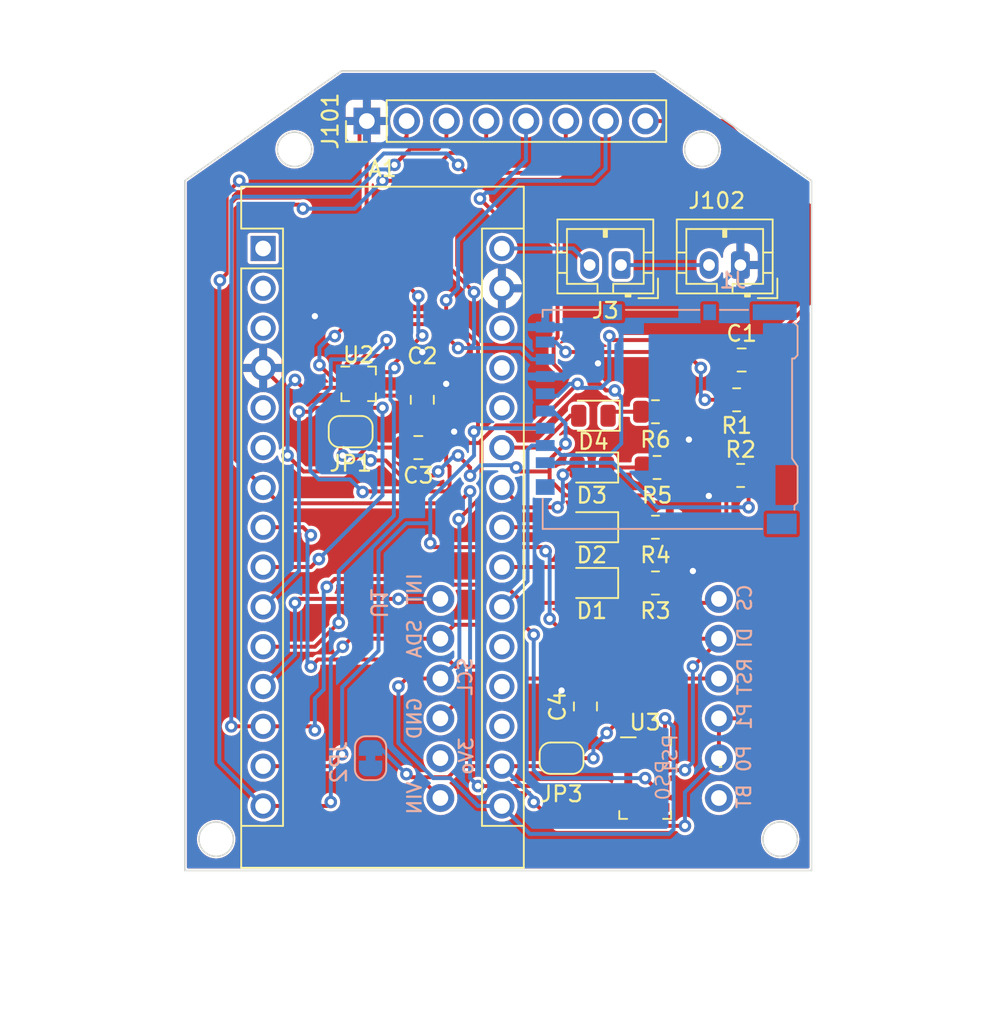
<source format=kicad_pcb>
(kicad_pcb (version 20211014) (generator pcbnew)
  (layers (0 "F.Cu" signal) (31 "B.Cu" signal) (34 "B.Paste" user) (35 "F.Paste" user) (36 "B.SilkS" user "B.Silkscreen") (37 "F.SilkS" user "F.Silkscreen") (38 "B.Mask" user) (39 "F.Mask" user) (44 "Edge.Cuts" user))
  (net 0 "")
  (net 4 "GND")
  (net 6 "/MS_CS")
  (net 7 "/BNO_RST")
  (net 8 "/KX_INT2")
  (net 9 "/KX_INT1")
  (net 10 "/KX_CS")
  (net 11 "/BNO_INT")
  (net 12 "/BNO_CS")
  (net 13 "/MOSI")
  (net 14 "/MISO")
  (net 15 "/SCK")
  (net 16 "+3V3")
  (net 18 "/SD_CS")
  (net 22 "/LED0")
  (net 24 "+5V")
  (net 26 "VCC")
  (net 27 "/LED1")
  (net 28 "Net-(C2-Pad1)")
  (net 29 "Net-(C4-Pad2)")
  (net 30 "/LED2")
  (net 31 "/LED3")
  (net 32 "Net-(D1-Pad1)")
  (net 33 "Net-(D2-Pad1)")
  (net 34 "Net-(D3-Pad1)")
  (net 35 "Net-(D4-Pad1)")
  (net 36 "Net-(J1-Pad1)")
  (net 37 "Net-(J1-Pad8)")
  (net 46 "VBUS")
  (footprint "Resistor_SMD:R_0805_2012Metric" (layer "F.Cu") (at 125.222 61.976 180)
    (fp_text reference "R1")
    (fp_text value "10k")
  )
  (footprint "Resistor_SMD:R_0805_2012Metric" (layer "F.Cu") (at 120.142 66.294)
    (fp_text reference "R5")
    (fp_text value "10k")
  )
  (footprint "LED_SMD:LED_0805_2012Metric" (layer "F.Cu") (at 115.9745 70.104 180)
    (fp_text reference "D2")
    (fp_text value "ORANGE")
  )
  (footprint "LED_SMD:LED_0805_2012Metric" (layer "F.Cu") (at 115.9745 73.66 180)
    (fp_text reference "D1")
    (fp_text value "GREEN")
  )
  (footprint "Resistor_SMD:R_0805_2012Metric" (layer "F.Cu") (at 120.0385 62.738)
    (fp_text reference "R6")
    (fp_text value "10k")
  )
  (footprint "Jumper:SolderJumper-2_P1.3mm_Bridged_RoundedPad1.0x1.5mm" (layer "F.Cu") (at 114.046 84.836)
    (fp_text reference "JP3")
    (fp_text value "Jumper_NC_Small")
  )
  (footprint "Connector_JST:JST_PH_B2B-PH-K_1x02_P2.00mm_Vertical" (layer "F.Cu") (at 125.46 53.382 180)
    (fp_text reference "J102")
    (fp_text value "Conn_01x02_Female")
  )
  (footprint "Resistor_SMD:R_0805_2012Metric" (layer "F.Cu") (at 125.476 66.802)
    (fp_text reference "R2")
    (fp_text value "10k")
  )
  (footprint "LED_SMD:LED_0805_2012Metric" (layer "F.Cu") (at 116.078 62.992 180)
    (fp_text reference "D4")
    (fp_text value "RED")
  )
  (footprint "Resistor_SMD:R_0805_2012Metric" (layer "F.Cu") (at 120.0385 73.66)
    (fp_text reference "R3")
    (fp_text value "10k")
  )
  (footprint "LED_SMD:LED_0805_2012Metric" (layer "F.Cu") (at 115.9745 66.294 180)
    (fp_text reference "D3")
    (fp_text value "BLUE")
  )
  (footprint "Package_LGA:LGA-8_3x5mm_P1.25mm" (layer "F.Cu") (at 119.38 86.106)
    (fp_text reference "U3")
    (fp_text value "MS5611-01BA")
  )
  (footprint "Capacitor_SMD:C_0805_2012Metric" (layer "F.Cu") (at 115.57 81.534 90)
    (fp_text reference "C4")
    (fp_text value "100nF")
  )
  (footprint "Capacitor_SMD:C_0805_2012Metric" (layer "F.Cu") (at 105.156 61.976 90)
    (fp_text reference "C2")
    (fp_text value "100nF")
  )
  (footprint "Resistor_SMD:R_0805_2012Metric" (layer "F.Cu") (at 120.0385 70.104)
    (fp_text reference "R4")
    (fp_text value "10k")
  )
  (footprint "Module:Arduino_Nano" (layer "F.Cu") (at 94.996 52.324)
    (fp_text reference "A1")
    (fp_text value "Arduino_Nano_v3.x")
  )
  (footprint "Capacitor_SMD:C_0805_2012Metric" (layer "F.Cu") (at 125.542 59.436)
    (fp_text reference "C1")
    (fp_text value "100 nF")
  )
  (footprint "Connector_JST:JST_PH_B2B-PH-K_1x02_P2.00mm_Vertical" (layer "F.Cu") (at 117.84 53.382 180)
    (fp_text reference "J3")
    (fp_text value "Conn_01x02_Female")
  )
  (footprint "Jumper:SolderJumper-2_P1.3mm_Bridged_RoundedPad1.0x1.5mm" (layer "F.Cu") (at 100.584 64.008)
    (fp_text reference "JP1")
    (fp_text value "Jumper_NC_Small")
  )
  (footprint "Package_LGA:LGA-12_2x2mm_P0.5mm" (layer "F.Cu") (at 101.092 60.96)
    (fp_text reference "U2")
    (fp_text value "KX122-1042")
  )
  (footprint "Capacitor_SMD:C_0805_2012Metric" (layer "F.Cu") (at 104.902 65.024)
    (fp_text reference "C3")
    (fp_text value "100nF")
  )
  (footprint "Connector_PinHeader_2.54mm:PinHeader_1x08_P2.54mm_Vertical" (layer "F.Cu") (at 101.615 44.196 90)
    (fp_text reference "J101")
    (fp_text value "Conn_01x08_Female")
  )
  (footprint "Sensor:Adafruit_BNO805" (layer "B.Cu") (at 98.7913 81.1276 90)
    (fp_text reference "U1")
    (fp_text value "Adafruit-BNO085")
  )
  (footprint "Connector_Card:microSD_HC_Hirose_DM3AT-SF-PEJM5" (layer "B.Cu") (at 120.725 63.216 -90)
    (fp_text reference "J1")
    (fp_text value "Micro_SD_Card")
  )
  (footprint "Jumper:SolderJumper-2_P1.3mm_Bridged_RoundedPad1.0x1.5mm" (layer "B.Cu") (at 101.854 84.836 90)
    (fp_text reference "JP2")
    (fp_text value "Jumper_NC_Small")
  )
  (gr_line (start 90 92) (end 130 92) (layer "Edge.Cuts") (width 0.1))
  (gr_line (start 100 41) (end 120 41) (layer "Edge.Cuts") (width 0.1))
  (gr_circle (center 128 90) (end 129.1 90) (layer "Edge.Cuts") (width 0.1) (fill none))
  (gr_circle (center 97 46) (end 98.1 46) (layer "Edge.Cuts") (width 0.1) (fill none))
  (gr_line (start 130 92) (end 130 48) (layer "Edge.Cuts") (width 0.1))
  (gr_circle (center 123 46) (end 124.1 46) (layer "Edge.Cuts") (width 0.1) (fill none))
  (gr_circle (center 92 90) (end 93.1 90) (layer "Edge.Cuts") (width 0.1) (fill none))
  (gr_line (start 90 92) (end 90 48) (layer "Edge.Cuts") (width 0.1))
  (gr_line (start 90 48) (end 100 41) (layer "Edge.Cuts") (width 0.1))
  (gr_line (start 130 48) (end 120 41) (layer "Edge.Cuts") (width 0.1))
  (segment (start 106.68 60.96) (end 105.222 60.96) (width 0.25) (layer "F.Cu") (net 4))
  (segment (start 99.06 55.88) (end 100.838 55.88) (width 0.25) (layer "F.Cu") (net 4))
  (segment (start 96.303 61.006305) (end 96.303 58.637) (width 0.25) (layer "F.Cu") (net 4))
  (segment (start 100.838 55.88) (end 101.15048 55.56752) (width 0.25) (layer "F.Cu") (net 4))
  (segment (start 105.156 61.026) (end 104.84 60.71) (width 0.25) (layer "F.Cu") (net 4))
  (segment (start 120.951 64.309) (end 120.951 66.1905) (width 0.25) (layer "F.Cu") (net 4))
  (segment (start 120.951 62.738) (end 121.29 62.738) (width 0.25) (layer "F.Cu") (net 4))
  (segment (start 121.158 64.516) (end 120.951 64.309) (width 0.25) (layer "F.Cu") (net 4))
  (segment (start 98.298 56.642) (end 99.06 55.88) (width 0.25) (layer "F.Cu") (net 4))
  (segment (start 122.174 64.516) (end 121.158 64.516) (width 0.25) (layer "F.Cu") (net 4))
  (segment (start 115.57 82.484) (end 114.493001 81.407001) (width 0.25) (layer "F.Cu") (net 4))
  (segment (start 115.57 82.484) (end 115.57 82.896) (width 0.25) (layer "F.Cu") (net 4))
  (segment (start 115.57 82.896) (end 118.155 85.481) (width 0.25) (layer "F.Cu") (net 4))
  (segment (start 100.3295 61.71) (end 99.58 61.71) (width 0.25) (layer "F.Cu") (net 4))
  (segment (start 120.951 66.1905) (end 121.0545 66.294) (width 0.25) (layer "F.Cu") (net 4))
  (segment (start 118.305 86.731) (end 118.305 85.481) (width 0.25) (layer "F.Cu") (net 4))
  (segment (start 122.428 72.898) (end 121.92 72.898) (width 0.25) (layer "F.Cu") (net 4))
  (segment (start 96.762 61.71) (end 94.996 59.944) (width 0.25) (layer "F.Cu") (net 4))
  (segment (start 114.493001 81.407001) (end 107.198699 81.407001) (width 0.25) (layer "F.Cu") (net 4))
  (segment (start 101.15048 44.66052) (end 101.615 44.196) (width 0.25) (layer "F.Cu") (net 4))
  (segment (start 97.006695 61.71) (end 96.303 61.006305) (width 0.25) (layer "F.Cu") (net 4))
  (segment (start 99.58 61.71) (end 97.006695 61.71) (width 0.25) (layer "F.Cu") (net 4))
  (segment (start 107.198699 81.407001) (end 106.3097 82.296) (width 0.25) (layer "F.Cu") (net 4))
  (segment (start 101.15048 55.56752) (end 101.15048 44.66052) (width 0.25) (layer "F.Cu") (net 4))
  (segment (start 121.29 62.738) (end 124.592 59.436) (width 0.25) (layer "F.Cu") (net 4))
  (segment (start 105.852 65.024) (end 106.172 65.024) (width 0.25) (layer "F.Cu") (net 4))
  (segment (start 120.951 73.66) (end 120.951 71.929) (width 0.25) (layer "F.Cu") (net 4))
  (segment (start 120.951 62.738) (end 120.951 64.309) (width 0.25) (layer "F.Cu") (net 4))
  (segment (start 114.493001 80.965001) (end 114.046 80.518) (width 0.25) (layer "F.Cu") (net 4))
  (segment (start 118.155 85.481) (end 118.305 85.481) (width 0.25) (layer "F.Cu") (net 4))
  (segment (start 120.951 70.104) (end 122.9455 68.1095) (width 0.25) (layer "F.Cu") (net 4))
  (segment (start 121.92 72.898) (end 120.951 71.929) (width 0.25) (layer "F.Cu") (net 4))
  (segment (start 96.303 58.637) (end 98.298 56.642) (width 0.25) (layer "F.Cu") (net 4))
  (segment (start 105.222 60.96) (end 105.156 61.026) (width 0.25) (layer "F.Cu") (net 4))
  (segment (start 104.84 60.71) (end 101.8545 60.71) (width 0.25) (layer "F.Cu") (net 4))
  (segment (start 122.9455 68.1095) (end 123.444 68.1095) (width 0.25) (layer "F.Cu") (net 4))
  (segment (start 116.3695 59.6525) (end 117.8655 59.6525) (width 0.25) (layer "F.Cu") (net 4))
  (segment (start 105.156 58.928) (end 105.156 61.026) (width 0.25) (layer "F.Cu") (net 4))
  (segment (start 114.493001 81.407001) (end 114.493001 80.965001) (width 0.25) (layer "F.Cu") (net 4))
  (segment (start 120.951 71.929) (end 120.951 70.104) (width 0.25) (layer "F.Cu") (net 4))
  (segment (start 106.172 65.024) (end 107.188 64.008) (width 0.25) (layer "F.Cu") (net 4))
  (segment (start 117.8655 59.6525) (end 120.951 62.738) (width 0.25) (layer "F.Cu") (net 4))
  (segment (start 99.58 61.71) (end 96.762 61.71) (width 0.25) (layer "F.Cu") (net 4))
  (via (at 98.298 56.642) (size 0.8) (drill 0.4) (layers "F.Cu" "B.Cu") (net 4))
  (via (at 116.3695 59.6525) (size 0.8) (drill 0.4) (layers "F.Cu" "B.Cu") (net 4))
  (via (at 123.444 68.1095) (size 0.8) (drill 0.4) (layers "F.Cu" "B.Cu") (net 4))
  (via (at 122.174 64.516) (size 0.8) (drill 0.4) (layers "F.Cu" "B.Cu") (net 4))
  (via (at 114.046 80.518) (size 0.8) (drill 0.4) (layers "F.Cu" "B.Cu") (net 4))
  (via (at 107.188 64.008) (size 0.8) (drill 0.4) (layers "F.Cu" "B.Cu") (net 4))
  (via (at 105.156 58.928) (size 0.8) (drill 0.4) (layers "F.Cu" "B.Cu") (net 4))
  (via (at 106.68 60.96) (size 0.8) (drill 0.4) (layers "F.Cu" "B.Cu") (net 4))
  (via (at 122.428 72.898) (size 0.8) (drill 0.4) (layers "F.Cu" "B.Cu") (net 4))
  (segment (start 113 60.491) (end 114.007 60.491) (width 0.25) (layer "B.Cu") (net 4))
  (segment (start 116.3695 59.6525) (end 115.5325 59.6525) (width 0.25) (layer "B.Cu") (net 4))
  (segment (start 123.978 54.864) (end 110.236 54.864) (width 0.25) (layer "B.Cu") (net 4))
  (segment (start 115.5325 59.6525) (end 115.062 59.182) (width 0.25) (layer "B.Cu") (net 4))
  (segment (start 108.966 61.214) (end 110.764558 61.214) (width 0.25) (layer "B.Cu") (net 4))
  (segment (start 113 56.104) (end 111.76 54.864) (width 0.25) (layer "B.Cu") (net 4))
  (segment (start 98.298 56.642) (end 102.87 56.642) (width 0.25) (layer "B.Cu") (net 4))
  (segment (start 107.188 64.008) (end 107.188 61.722) (width 0.25) (layer "B.Cu") (net 4))
  (segment (start 115.062 59.182) (end 115.062 57.658) (width 0.25) (layer "B.Cu") (net 4))
  (segment (start 107.188 61.722) (end 107.188 61.468) (width 0.25) (layer "B.Cu") (net 4))
  (segment (start 123.444 65.786) (end 122.174 64.516) (width 0.25) (layer "B.Cu") (net 4))
  (segment (start 110.764558 61.214) (end 111.487558 60.491) (width 0.25) (layer "B.Cu") (net 4))
  (segment (start 122.174 75.946) (end 122.428 75.692) (width 0.25) (layer "B.Cu") (net 4))
  (segment (start 123.444 68.1095) (end 123.444 65.786) (width 0.25) (layer "B.Cu") (net 4))
  (segment (start 111.76 54.864) (end 110.236 54.864) (width 0.25) (layer "B.Cu") (net 4))
  (segment (start 102.87 56.642) (end 105.156 58.928) (width 0.25) (layer "B.Cu") (net 4))
  (segment (start 114.007 60.491) (end 115.062 59.436) (width 0.25) (layer "B.Cu") (net 4))
  (segment (start 114.046 80.518) (end 118.618 75.946) (width 0.25) (layer "B.Cu") (net 4))
  (segment (start 108.458 61.722) (end 108.966 61.214) (width 0.25) (layer "B.Cu") (net 4))
  (segment (start 107.188 61.722) (end 108.458 61.722) (width 0.25) (layer "B.Cu") (net 4))
  (segment (start 111.487558 60.491) (end 113 60.491) (width 0.25) (layer "B.Cu") (net 4))
  (segment (start 118.618 75.946) (end 122.174 75.946) (width 0.25) (layer "B.Cu") (net 4))
  (segment (start 115.062 57.658) (end 114.745 57.341) (width 0.25) (layer "B.Cu") (net 4))
  (segment (start 125.46 53.382) (end 123.978 54.864) (width 0.25) (layer "B.Cu") (net 4))
  (segment (start 114.745 57.341) (end 113 57.341) (width 0.25) (layer "B.Cu") (net 4))
  (segment (start 122.428 75.692) (end 122.428 72.898) (width 0.25) (layer "B.Cu") (net 4))
  (segment (start 107.188 61.468) (end 106.68 60.96) (width 0.25) (layer "B.Cu") (net 4))
  (segment (start 113 57.341) (end 113 56.104) (width 0.25) (layer "B.Cu") (net 4))
  (segment (start 115.062 59.436) (end 115.062 59.182) (width 0.25) (layer "B.Cu") (net 4))
  (segment (start 118.305 87.981) (end 120.455 87.981) (width 0.25) (layer "F.Cu") (net 6))
  (segment (start 93.23005 65.79805) (end 94.996 67.564) (width 0.25) (layer "F.Cu") (net 6))
  (segment (start 93.23005 49.784) (end 93.23005 65.79805) (width 0.25) (layer "F.Cu") (net 6))
  (segment (start 97.536 49.784) (end 97.282 49.53) (width 0.25) (layer "F.Cu") (net 6))
  (segment (start 93.48405 49.53) (end 93.23005 49.784) (width 0.25) (layer "F.Cu") (net 6))
  (segment (start 108.712 46.228) (end 106.934 46.228) (width 0.25) (layer "F.Cu") (net 6))
  (segment (start 116.938 86.614) (end 118.305 87.981) (width 0.25) (layer "F.Cu") (net 6))
  (segment (start 108.712 86.614) (end 116.938 86.614) (width 0.25) (layer "F.Cu") (net 6))
  (segment (start 106.934 46.228) (end 105.156 48.006) (width 0.25) (layer "F.Cu") (net 6))
  (segment (start 109.235 45.705) (end 109.235 44.196) (width 0.25) (layer "F.Cu") (net 6))
  (segment (start 108.712 46.228) (end 109.235 45.705) (width 0.25) (layer "F.Cu") (net 6))
  (segment (start 107.442 68.58) (end 108.204 67.818) (width 0.25) (layer "F.Cu") (net 6))
  (segment (start 94.996 67.564) (end 96.012 68.58) (width 0.25) (layer "F.Cu") (net 6))
  (segment (start 96.012 68.58) (end 107.442 68.58) (width 0.25) (layer "F.Cu") (net 6))
  (segment (start 97.282 49.53) (end 93.48405 49.53) (width 0.25) (layer "F.Cu") (net 6))
  (segment (start 105.156 48.006) (end 102.616 48.006) (width 0.25) (layer "F.Cu") (net 6))
  (via (at 102.616 48.006) (size 0.8) (drill 0.4) (layers "F.Cu" "B.Cu") (net 6))
  (via (at 97.536 49.784) (size 0.8) (drill 0.4) (layers "F.Cu" "B.Cu") (net 6))
  (via (at 108.204 67.818) (size 0.8) (drill 0.4) (layers "F.Cu" "B.Cu") (net 6))
  (via (at 108.712 86.614) (size 0.8) (drill 0.4) (layers "F.Cu" "B.Cu") (net 6))
  (segment (start 108.204 67.818) (end 108.204 86.106) (width 0.25) (layer "B.Cu") (net 6))
  (segment (start 100.838 49.784) (end 102.616 48.006) (width 0.25) (layer "B.Cu") (net 6))
  (segment (start 97.536 49.784) (end 100.838 49.784) (width 0.25) (layer "B.Cu") (net 6))
  (segment (start 108.204 86.106) (end 108.712 86.614) (width 0.25) (layer "B.Cu") (net 6))
  (segment (start 110.556991 78.994) (end 107.264556 78.994) (width 0.25) (layer "F.Cu") (net 7))
  (segment (start 106.812556 78.542) (end 98.496 78.542) (width 0.25) (layer "F.Cu") (net 7))
  (segment (start 111.318991 79.756) (end 110.556991 78.994) (width 0.25) (layer "F.Cu") (net 7))
  (segment (start 98.496 78.542) (end 98.044 78.994) (width 0.25) (layer "F.Cu") (net 7))
  (segment (start 107.264556 78.994) (end 106.812556 78.542) (width 0.25) (layer "F.Cu") (net 7))
  (segment (start 98.044 70.612) (end 97.536 70.104) (width 0.25) (layer "F.Cu") (net 7))
  (segment (start 97.536 70.104) (end 94.996 70.104) (width 0.25) (layer "F.Cu") (net 7))
  (segment (start 124.0897 79.756) (end 111.318991 79.756) (width 0.25) (layer "F.Cu") (net 7))
  (via (at 98.044 78.994) (size 0.8) (drill 0.4) (layers "F.Cu" "B.Cu") (net 7))
  (via (at 98.044 70.612) (size 0.8) (drill 0.4) (layers "F.Cu" "B.Cu") (net 7))
  (segment (start 97.827 70.829) (end 98.044 70.612) (width 0.25) (layer "B.Cu") (net 7))
  (segment (start 97.827 78.777) (end 97.827 70.829) (width 0.25) (layer "B.Cu") (net 7))
  (segment (start 98.044 78.994) (end 97.827 78.777) (width 0.25) (layer "B.Cu") (net 7))
  (segment (start 101.666 62.484) (end 102.616 62.484) (width 0.25) (layer "F.Cu") (net 8))
  (segment (start 101.342 62.16) (end 101.666 62.484) (width 0.25) (layer "F.Cu") (net 8))
  (segment (start 98.552 72.136) (end 98.044 72.644) (width 0.25) (layer "F.Cu") (net 8))
  (segment (start 98.044 72.644) (end 94.996 72.644) (width 0.25) (layer "F.Cu") (net 8))
  (segment (start 101.342 61.7225) (end 101.342 62.16) (width 0.25) (layer "F.Cu") (net 8))
  (via (at 102.616 62.484) (size 0.8) (drill 0.4) (layers "F.Cu" "B.Cu") (net 8))
  (via (at 98.552 72.136) (size 0.8) (drill 0.4) (layers "F.Cu" "B.Cu") (net 8))
  (segment (start 102.616 68.072) (end 98.552 72.136) (width 0.25) (layer "B.Cu") (net 8))
  (segment (start 102.616 62.484) (end 102.616 68.072) (width 0.25) (layer "B.Cu") (net 8))
  (segment (start 98.044 62.738) (end 97.282 62.738) (width 0.25) (layer "F.Cu") (net 9))
  (segment (start 100.842 61.7225) (end 100.842 62.484) (width 0.25) (layer "F.Cu") (net 9))
  (segment (start 98.298 62.484) (end 98.044 62.738) (width 0.25) (layer "F.Cu") (net 9))
  (segment (start 100.842 62.484) (end 98.298 62.484) (width 0.25) (layer "F.Cu") (net 9))
  (via (at 97.282 62.738) (size 0.8) (drill 0.4) (layers "F.Cu" "B.Cu") (net 9))
  (segment (start 97.282 72.898) (end 94.996 75.184) (width 0.25) (layer "B.Cu") (net 9))
  (segment (start 97.282 62.738) (end 97.282 72.898) (width 0.25) (layer "B.Cu") (net 9))
  (segment (start 99.822 76.2) (end 98.298 77.724) (width 0.25) (layer "F.Cu") (net 10))
  (segment (start 103.632 45.72) (end 104.155 45.197) (width 0.25) (layer "F.Cu") (net 10))
  (segment (start 103.112 60.21) (end 103.378 59.944) (width 0.25) (layer "F.Cu") (net 10))
  (segment (start 104.155 45.197) (end 104.155 44.196) (width 0.25) (layer "F.Cu") (net 10))
  (segment (start 101.6 46.736) (end 102.616 45.72) (width 0.25) (layer "F.Cu") (net 10))
  (segment (start 101.6 46.736) (end 101.6 52.07) (width 0.25) (layer "F.Cu") (net 10))
  (segment (start 102.616 45.72) (end 103.632 45.72) (width 0.25) (layer "F.Cu") (net 10))
  (segment (start 101.6 52.07) (end 104.902 55.372) (width 0.25) (layer "F.Cu") (net 10))
  (segment (start 105.156 57.8745) (end 103.378 59.6525) (width 0.25) (layer "F.Cu") (net 10))
  (segment (start 98.298 77.724) (end 94.996 77.724) (width 0.25) (layer "F.Cu") (net 10))
  (segment (start 101.8545 60.21) (end 103.112 60.21) (width 0.25) (layer "F.Cu") (net 10))
  (segment (start 103.378 59.6525) (end 103.378 59.944) (width 0.25) (layer "F.Cu") (net 10))
  (via (at 105.156 57.8745) (size 0.8) (drill 0.4) (layers "F.Cu" "B.Cu") (net 10))
  (via (at 103.378 59.944) (size 0.8) (drill 0.4) (layers "F.Cu" "B.Cu") (net 10))
  (via (at 104.902 55.372) (size 0.8) (drill 0.4) (layers "F.Cu" "B.Cu") (net 10))
  (via (at 99.822 76.2) (size 0.8) (drill 0.4) (layers "F.Cu" "B.Cu") (net 10))
  (segment (start 104.902 57.6205) (end 105.156 57.8745) (width 0.25) (layer "B.Cu") (net 10))
  (segment (start 104.902 55.372) (end 104.902 57.6205) (width 0.25) (layer "B.Cu") (net 10))
  (segment (start 103.124 61.967386) (end 103.340511 62.183897) (width 0.25) (layer "B.Cu") (net 10))
  (segment (start 103.378 59.944) (end 103.124 60.198) (width 0.25) (layer "B.Cu") (net 10))
  (segment (start 103.340511 69.379489) (end 99.822 72.898) (width 0.25) (layer "B.Cu") (net 10))
  (segment (start 103.124 60.198) (end 103.124 61.967386) (width 0.25) (layer "B.Cu") (net 10))
  (segment (start 99.822 72.898) (end 99.822 76.2) (width 0.25) (layer "B.Cu") (net 10))
  (segment (start 103.340511 62.183897) (end 103.340511 69.379489) (width 0.25) (layer "B.Cu") (net 10))
  (segment (start 97.282 74.676) (end 97.028 74.93) (width 0.25) (layer "F.Cu") (net 11))
  (segment (start 97.536 74.676) (end 97.282 74.676) (width 0.25) (layer "F.Cu") (net 11))
  (segment (start 103.632 74.676) (end 97.536 74.676) (width 0.25) (layer "F.Cu") (net 11))
  (via (at 97.028 74.93) (size 0.8) (drill 0.4) (layers "F.Cu" "B.Cu") (net 11))
  (via (at 103.632 74.676) (size 0.8) (drill 0.4) (layers "F.Cu" "B.Cu") (net 11))
  (segment (start 97.028 74.93) (end 97.028 78.232) (width 0.25) (layer "B.Cu") (net 11))
  (segment (start 97.028 78.232) (end 94.996 80.264) (width 0.25) (layer "B.Cu") (net 11))
  (segment (start 106.3097 74.676) (end 103.632 74.676) (width 0.25) (layer "B.Cu") (net 11))
  (segment (start 98.044 82.804) (end 94.996 82.804) (width 0.25) (layer "F.Cu") (net 12))
  (segment (start 123.8357 74.93) (end 111.572991 74.93) (width 0.25) (layer "F.Cu") (net 12))
  (segment (start 103.378 46.99) (end 104.394 45.974) (width 0.25) (layer "F.Cu") (net 12))
  (segment (start 99.568 73.406) (end 99.06 73.914) (width 0.25) (layer "F.Cu") (net 12))
  (segment (start 107.119556 73.769) (end 106.756556 73.406) (width 0.25) (layer "F.Cu") (net 12))
  (segment (start 98.298 83.058) (end 98.044 82.804) (width 0.25) (layer "F.Cu") (net 12))
  (segment (start 106.756556 73.406) (end 99.568 73.406) (width 0.25) (layer "F.Cu") (net 12))
  (segment (start 111.572991 74.93) (end 110.411991 73.769) (width 0.25) (layer "F.Cu") (net 12))
  (segment (start 92.964 82.804) (end 94.996 82.804) (width 0.25) (layer "F.Cu") (net 12))
  (segment (start 106.695 45.451) (end 106.695 44.196) (width 0.25) (layer "F.Cu") (net 12))
  (segment (start 104.394 45.974) (end 106.172 45.974) (width 0.25) (layer "F.Cu") (net 12))
  (segment (start 124.0897 74.676) (end 123.8357 74.93) (width 0.25) (layer "F.Cu") (net 12))
  (segment (start 110.411991 73.769) (end 107.119556 73.769) (width 0.25) (layer "F.Cu") (net 12))
  (segment (start 106.172 45.974) (end 106.695 45.451) (width 0.25) (layer "F.Cu") (net 12))
  (via (at 98.298 83.058) (size 0.8) (drill 0.4) (layers "F.Cu" "B.Cu") (net 12))
  (via (at 103.378 46.99) (size 0.8) (drill 0.4) (layers "F.Cu" "B.Cu") (net 12))
  (via (at 99.06 73.914) (size 0.8) (drill 0.4) (layers "F.Cu" "B.Cu") (net 12))
  (via (at 92.964 82.804) (size 0.8) (drill 0.4) (layers "F.Cu" "B.Cu") (net 12))
  (segment (start 103.001307 47.366693) (end 102.916103 47.281489) (width 0.25) (layer "B.Cu") (net 12))
  (segment (start 102.315897 47.281489) (end 100.575386 49.022) (width 0.25) (layer "B.Cu") (net 12))
  (segment (start 93.218 49.022) (end 92.964 49.276) (width 0.25) (layer "B.Cu") (net 12))
  (segment (start 100.575386 49.022) (end 93.218 49.022) (width 0.25) (layer "B.Cu") (net 12))
  (segment (start 98.864 80.46) (end 98.552 80.772) (width 0.25) (layer "B.Cu") (net 12))
  (segment (start 103.378 46.99) (end 103.001307 47.366693) (width 0.25) (layer "B.Cu") (net 12))
  (segment (start 98.864 74.11) (end 98.864 80.46) (width 0.25) (layer "B.Cu") (net 12))
  (segment (start 98.552 80.772) (end 98.298 81.026) (width 0.25) (layer "B.Cu") (net 12))
  (segment (start 92.964 49.276) (end 92.964 82.804) (width 0.25) (layer "B.Cu") (net 12))
  (segment (start 102.916103 47.281489) (end 102.315897 47.281489) (width 0.25) (layer "B.Cu") (net 12))
  (segment (start 99.06 73.914) (end 98.864 74.11) (width 0.25) (layer "B.Cu") (net 12))
  (segment (start 98.298 81.026) (end 98.298 83.058) (width 0.25) (layer "B.Cu") (net 12))
  (segment (start 99.539494 60.71) (end 100.3295 60.71) (width 0.25) (layer "F.Cu") (net 13))
  (segment (start 113.03 71.628) (end 112.776 71.374) (width 0.25) (layer "F.Cu") (net 13))
  (segment (start 120.572 85.598) (end 120.455 85.481) (width 0.25) (layer "F.Cu") (net 13))
  (segment (start 100.838 56.642) (end 106.68 56.642) (width 0.25) (layer "F.Cu") (net 13))
  (segment (start 99.2765 85.344) (end 100.0385 84.582) (width 0.25) (layer "F.Cu") (net 13))
  (segment (start 114.554 77.216) (end 113.284 75.946) (width 0.25) (layer "F.Cu") (net 13))
  (segment (start 94.996 85.344) (end 99.2765 85.344) (width 0.25) (layer "F.Cu") (net 13))
  (segment (start 108.712 58.42) (end 108.712 63.754) (width 0.25) (layer "F.Cu") (net 13))
  (segment (start 108.712 63.754) (end 108.458 64.008) (width 0.25) (layer "F.Cu") (net 13))
  (segment (start 99.568 57.912) (end 100.838 56.642) (width 0.25) (layer "F.Cu") (net 13))
  (segment (start 124.0897 77.3323) (end 122.428 78.994) (width 0.25) (layer "F.Cu") (net 13))
  (segment (start 106.426 71.374) (end 105.918 71.374) (width 0.25) (layer "F.Cu") (net 13))
  (segment (start 105.918 71.374) (end 105.664 71.12) (width 0.25) (layer "F.Cu") (net 13))
  (segment (start 112.776 71.374) (end 106.426 71.374) (width 0.25) (layer "F.Cu") (net 13))
  (segment (start 106.68 56.642) (end 106.934 56.642) (width 0.25) (layer "F.Cu") (net 13))
  (segment (start 98.5895 59.760006) (end 99.539494 60.71) (width 0.25) (layer "F.Cu") (net 13))
  (segment (start 124.0897 77.216) (end 124.0897 77.3323) (width 0.25) (layer "F.Cu") (net 13))
  (segment (start 106.68 55.626) (end 106.68 56.642) (width 0.25) (layer "F.Cu") (net 13))
  (segment (start 121.92 85.598) (end 120.572 85.598) (width 0.25) (layer "F.Cu") (net 13))
  (segment (start 106.934 56.642) (end 108.712 58.42) (width 0.25) (layer "F.Cu") (net 13))
  (segment (start 124.0897 77.216) (end 114.554 77.216) (width 0.25) (layer "F.Cu") (net 13))
  (via (at 100.0385 84.582) (size 0.8) (drill 0.4) (layers "F.Cu" "B.Cu") (net 13))
  (via (at 98.5895 59.760006) (size 0.8) (drill 0.4) (layers "F.Cu" "B.Cu") (net 13))
  (via (at 113.284 75.946) (size 0.8) (drill 0.4) (layers "F.Cu" "B.Cu") (net 13))
  (via (at 121.92 85.598) (size 0.8) (drill 0.4) (layers "F.Cu" "B.Cu") (net 13))
  (via (at 106.68 55.626) (size 0.8) (drill 0.4) (layers "F.Cu" "B.Cu") (net 13))
  (via (at 122.428 78.994) (size 0.8) (drill 0.4) (layers "F.Cu" "B.Cu") (net 13))
  (via (at 105.664 71.12) (size 0.8) (drill 0.4) (layers "F.Cu" "B.Cu") (net 13))
  (via (at 99.568 57.912) (size 0.8) (drill 0.4) (layers "F.Cu" "B.Cu") (net 13))
  (via (at 113.03 71.628) (size 0.8) (drill 0.4) (layers "F.Cu" "B.Cu") (net 13))
  (via (at 108.458 64.008) (size 0.8) (drill 0.4) (layers "F.Cu" "B.Cu") (net 13))
  (segment (start 116.855 47.229) (end 116.855 44.196) (width 0.25) (layer "B.Cu") (net 13))
  (segment (start 105.664 71.12) (end 105.664 69.85) (width 0.25) (layer "B.Cu") (net 13))
  (segment (start 108.458 65.532) (end 108.458 64.008) (width 0.25) (layer "B.Cu") (net 13))
  (segment (start 116.078 48.006) (end 116.855 47.229) (width 0.25) (layer "B.Cu") (net 13))
  (segment (start 102.362 71.628) (end 104.14 69.85) (width 0.25) (layer "B.Cu") (net 13))
  (segment (start 122.428 78.994) (end 122.428 85.09) (width 0.25) (layer "B.Cu") (net 13))
  (segment (start 108.675 63.791) (end 113 63.791) (width 0.25) (layer "B.Cu") (net 13))
  (segment (start 107.442 51.816) (end 111.252 48.006) (width 0.25) (layer "B.Cu") (net 13))
  (segment (start 102.362 77.978) (end 102.362 71.628) (width 0.25) (layer "B.Cu") (net 13))
  (segment (start 111.252 48.006) (end 116.078 48.006) (width 0.25) (layer "B.Cu") (net 13))
  (segment (start 104.14 69.85) (end 105.664 69.85) (width 0.25) (layer "B.Cu") (net 13))
  (segment (start 100.0385 80.3015) (end 102.362 77.978) (width 0.25) (layer "B.Cu") (net 13))
  (segment (start 106.68 55.626) (end 107.442 54.864) (width 0.25) (layer "B.Cu") (net 13))
  (segment (start 107.442 54.864) (end 107.442 51.816) (width 0.25) (layer "B.Cu") (net 13))
  (segment (start 99.314 57.912) (end 99.568 57.912) (width 0.25) (layer "B.Cu") (net 13))
  (segment (start 122.428 85.09) (end 121.92 85.598) (width 0.25) (layer "B.Cu") (net 13))
  (segment (start 108.458 64.008) (end 108.675 63.791) (width 0.25) (layer "B.Cu") (net 13))
  (segment (start 113.284 71.882) (end 113.03 71.628) (width 0.25) (layer "B.Cu") (net 13))
  (segment (start 100.0385 84.582) (end 100.0385 80.3015) (width 0.25) (layer "B.Cu") (net 13))
  (segment (start 98.5895 58.6365) (end 99.314 57.912) (width 0.25) (layer "B.Cu") (net 13))
  (segment (start 105.664 68.326) (end 108.458 65.532) (width 0.25) (layer "B.Cu") (net 13))
  (segment (start 105.664 69.85) (end 105.664 68.326) (width 0.25) (layer "B.Cu") (net 13))
  (segment (start 98.5895 59.760006) (end 98.5895 58.6365) (width 0.25) (layer "B.Cu") (net 13))
  (segment (start 113.284 75.946) (end 113.284 71.882) (width 0.25) (layer "B.Cu") (net 13))
  (segment (start 114.315 46.975) (end 114.315 44.196) (width 0.25) (layer "F.Cu") (net 14))
  (segment (start 120.455 86.731) (end 120.005 86.731) (width 0.25) (layer "F.Cu") (net 14))
  (segment (start 107.442 58.674) (end 105.918 57.15) (width 0.25) (layer "F.Cu") (net 14))
  (segment (start 108.331 47.879) (end 108.585 47.879) (width 0.25) (layer "F.Cu") (net 14))
  (segment (start 108.585 47.879) (end 106.934 49.53) (width 0.25) (layer "F.Cu") (net 14))
  (segment (start 94.996 87.884) (end 99.06 87.884) (width 0.25) (layer "F.Cu") (net 14))
  (segment (start 113.792 47.498) (end 114.315 46.975) (width 0.25) (layer "F.Cu") (net 14))
  (segment (start 112.268 76.962) (end 111.633001 76.327001) (width 0.25) (layer "F.Cu") (net 14))
  (segment (start 108.585 47.879) (end 109.601 47.879) (width 0.25) (layer "F.Cu") (net 14))
  (segment (start 106.934 53.594) (end 108.458 55.118) (width 0.25) (layer "F.Cu") (net 14))
  (segment (start 93.472 48.006) (end 92.67005 48.80795) (width 0.25) (layer "F.Cu") (net 14))
  (segment (start 105.918 57.15) (end 102.877 57.15) (width 0.25) (layer "F.Cu") (net 14))
  (segment (start 100.076 77.724) (end 100.584 77.216) (width 0.25) (layer "F.Cu") (net 14))
  (segment (start 99.06 87.884) (end 99.314 87.63) (width 0.25) (layer "F.Cu") (net 14))
  (segment (start 92.67005 48.80795) (end 92.67005 53.92545) (width 0.25) (layer "F.Cu") (net 14))
  (segment (start 107.442 46.99) (end 108.331 47.879) (width 0.25) (layer "F.Cu") (net 14))
  (segment (start 100.584 77.216) (end 106.3097 77.216) (width 0.25) (layer "F.Cu") (net 14))
  (segment (start 109.982 47.498) (end 113.792 47.498) (width 0.25) (layer "F.Cu") (net 14))
  (segment (start 106.934 49.53) (end 106.934 53.594) (width 0.25) (layer "F.Cu") (net 14))
  (segment (start 109.601 47.879) (end 109.982 47.498) (width 0.25) (layer "F.Cu") (net 14))
  (segment (start 107.198699 76.327001) (end 106.3097 77.216) (width 0.25) (layer "F.Cu") (net 14))
  (segment (start 111.633001 76.327001) (end 107.198699 76.327001) (width 0.25) (layer "F.Cu") (net 14))
  (segment (start 92.67005 53.92545) (end 92.2395 54.356) (width 0.25) (layer "F.Cu") (net 14))
  (segment (start 100.3295 59.6975) (end 100.3295 60.21) (width 0.25) (layer "F.Cu") (net 14))
  (segment (start 120.005 86.731) (end 119.38 86.106) (width 0.25) (layer "F.Cu") (net 14))
  (segment (start 102.877 57.15) (end 100.3295 59.6975) (width 0.25) (layer "F.Cu") (net 14))
  (via (at 107.442 58.674) (size 0.8) (drill 0.4) (layers "F.Cu" "B.Cu") (net 14))
  (via (at 99.314 87.63) (size 0.8) (drill 0.4) (layers "F.Cu" "B.Cu") (net 14))
  (via (at 108.458 55.118) (size 0.8) (drill 0.4) (layers "F.Cu" "B.Cu") (net 14))
  (via (at 100.076 77.724) (size 0.8) (drill 0.4) (layers "F.Cu" "B.Cu") (net 14))
  (via (at 107.442 46.99) (size 0.8) (drill 0.4) (layers "F.Cu" "B.Cu") (net 14))
  (via (at 92.2395 54.356) (size 0.8) (drill 0.4) (layers "F.Cu" "B.Cu") (net 14))
  (via (at 93.472 48.006) (size 0.8) (drill 0.4) (layers "F.Cu" "B.Cu") (net 14))
  (via (at 119.38 86.106) (size 0.8) (drill 0.4) (layers "F.Cu" "B.Cu") (net 14))
  (via (at 112.268 76.962) (size 0.8) (drill 0.4) (layers "F.Cu" "B.Cu") (net 14))
  (segment (start 99.314 78.486) (end 100.076 77.724) (width 0.25) (layer "B.Cu") (net 14))
  (segment (start 112.776 86.106) (end 112.522 85.852) (width 0.25) (layer "B.Cu") (net 14))
  (segment (start 113 59.391) (end 112.15 59.391) (width 0.25) (layer "B.Cu") (net 14))
  (segment (start 112.15 59.391) (end 111.433 58.674) (width 0.25) (layer "B.Cu") (net 14))
  (segment (start 102.696179 46.265489) (end 106.717489 46.265489) (width 0.25) (layer "B.Cu") (net 14))
  (segment (start 93.472 48.006) (end 93.726 48.26) (width 0.25) (layer "B.Cu") (net 14))
  (segment (start 108.458 55.118) (end 108.458 58.42) (width 0.25) (layer "B.Cu") (net 14))
  (segment (start 119.38 86.106) (end 112.776 86.106) (width 0.25) (layer "B.Cu") (net 14))
  (segment (start 100.701668 48.26) (end 102.696179 46.265489) (width 0.25) (layer "B.Cu") (net 14))
  (segment (start 106.717489 46.265489) (end 107.442 46.99) (width 0.25) (layer "B.Cu") (net 14))
  (segment (start 108.458 58.42) (end 108.204 58.674) (width 0.25) (layer "B.Cu") (net 14))
  (segment (start 108.204 58.674) (end 107.442 58.674) (width 0.25) (layer "B.Cu") (net 14))
  (segment (start 112.522 85.852) (end 112.268 85.598) (width 0.25) (layer "B.Cu") (net 14))
  (segment (start 92.202 83.566) (end 92.202 54.3935) (width 0.25) (layer "B.Cu") (net 14))
  (segment (start 111.433 58.674) (end 108.204 58.674) (width 0.25) (layer "B.Cu") (net 14))
  (segment (start 99.314 87.63) (end 99.314 78.486) (width 0.25) (layer "B.Cu") (net 14))
  (segment (start 92.202 54.3935) (end 92.2395 54.356) (width 0.25) (layer "B.Cu") (net 14))
  (segment (start 94.996 87.884) (end 92.202 85.09) (width 0.25) (layer "B.Cu") (net 14))
  (segment (start 92.202 85.09) (end 92.202 83.566) (width 0.25) (layer "B.Cu") (net 14))
  (segment (start 112.268 85.598) (end 112.268 76.962) (width 0.25) (layer "B.Cu") (net 14))
  (segment (start 93.726 48.26) (end 100.701668 48.26) (width 0.25) (layer "B.Cu") (net 14))
  (segment (start 108.157695 64.733) (end 108.758305 64.733) (width 0.25) (layer "F.Cu") (net 15))
  (segment (start 124.347706 44.196) (end 119.395 44.196) (width 0.25) (layer "F.Cu") (net 15))
  (segment (start 108.929 64.562305) (end 109.882305 63.609) (width 0.25) (layer "F.Cu") (net 15))
  (segment (start 106.3097 79.756) (end 104.14 79.756) (width 0.25) (layer "F.Cu") (net 15))
  (segment (start 101.481396 59.182) (end 102.87 59.182) (width 0.25) (layer "F.Cu") (net 15))
  (segment (start 100.842 60.1975) (end 100.842 59.821396) (width 0.25) (layer "F.Cu") (net 15))
  (segment (start 101.346 67.8555) (end 101.3835 67.818) (width 0.25) (layer "F.Cu") (net 15))
  (segment (start 104.14 79.756) (end 103.632 80.264) (width 0.25) (layer "F.Cu") (net 15))
  (segment (start 106.897 67.601) (end 106.897 66.247695) (width 0.25) (layer "F.Cu") (net 15))
  (segment (start 108.929 68.1465) (end 108.929 64.562305) (width 0.25) (layer "F.Cu") (net 15))
  (segment (start 101.3835 67.818) (end 106.68 67.818) (width 0.25) (layer "F.Cu") (net 15))
  (segment (start 120.65 84.036) (end 120.455 84.231) (width 0.25) (layer "F.Cu") (net 15))
  (segment (start 120.65 82.296) (end 120.65 84.036) (width 0.25) (layer "F.Cu") (net 15))
  (segment (start 129.87498 49.61098) (end 124.722019 44.458019) (width 0.25) (layer "F.Cu") (net 15))
  (segment (start 111.143 63.609) (end 112.413 63.609) (width 0.25) (layer "F.Cu") (net 15))
  (segment (start 107.099396 64.733) (end 107.488305 64.733) (width 0.25) (layer "F.Cu") (net 15))
  (segment (start 102.877799 59.174201) (end 102.877799 58.173799) (width 0.25) (layer "F.Cu") (net 15))
  (segment (start 107.488305 64.733) (end 107.823 64.398305) (width 0.25) (layer "F.Cu") (net 15))
  (segment (start 127.508 58.166) (end 129.87498 55.79902) (width 0.25) (layer "F.Cu") (net 15))
  (segment (start 112.413 63.609) (end 115.062 60.96) (width 0.25) (layer "F.Cu") (net 15))
  (segment (start 108.758305 64.733) (end 108.929 64.562305) (width 0.25) (layer "F.Cu") (net 15))
  (segment (start 106.68 67.818) (end 106.897 67.601) (width 0.25) (layer "F.Cu") (net 15))
  (segment (start 117.094 57.912) (end 117.348 58.166) (width 0.25) (layer "F.Cu") (net 15))
  (segment (start 106.897 66.247695) (end 106.68 66.030695) (width 0.25) (layer "F.Cu") (net 15))
  (segment (start 107.4795 69.596) (end 108.929 68.1465) (width 0.25) (layer "F.Cu") (net 15))
  (segment (start 124.722019 44.458019) (end 124.347706 44.196) (width 0.25) (layer "F.Cu") (net 15))
  (segment (start 129.87498 55.79902) (end 129.87498 49.61098) (width 0.25) (layer "F.Cu") (net 15))
  (segment (start 106.68 65.152396) (end 107.099396 64.733) (width 0.25) (layer "F.Cu") (net 15))
  (segment (start 100.842 59.821396) (end 101.481396 59.182) (width 0.25) (layer "F.Cu") (net 15))
  (segment (start 102.87 59.182) (end 102.877799 59.174201) (width 0.25) (layer "F.Cu") (net 15))
  (segment (start 107.823 64.398305) (end 108.157695 64.733) (width 0.25) (layer "F.Cu") (net 15))
  (segment (start 117.348 58.166) (end 127.508 58.166) (width 0.25) (layer "F.Cu") (net 15))
  (segment (start 109.882305 63.609) (end 111.143 63.609) (width 0.25) (layer "F.Cu") (net 15))
  (segment (start 106.68 66.030695) (end 106.68 65.152396) (width 0.25) (layer "F.Cu") (net 15))
  (via (at 115.062 60.96) (size 0.8) (drill 0.4) (layers "F.Cu" "B.Cu") (net 15))
  (via (at 107.4795 69.596) (size 0.8) (drill 0.4) (layers "F.Cu" "B.Cu") (net 15))
  (via (at 117.094 57.912) (size 0.8) (drill 0.4) (layers "F.Cu" "B.Cu") (net 15))
  (via (at 101.346 67.8555) (size 0.8) (drill 0.4) (layers "F.Cu" "B.Cu") (net 15))
  (via (at 120.65 82.296) (size 0.8) (drill 0.4) (layers "F.Cu" "B.Cu") (net 15))
  (via (at 103.632 80.264) (size 0.8) (drill 0.4) (layers "F.Cu" "B.Cu") (net 15))
  (via (at 102.877799 58.173799) (size 0.8) (drill 0.4) (layers "F.Cu" "B.Cu") (net 15))
  (segment (start 108.712 87.884) (end 110.236 87.884) (width 0.25) (layer "B.Cu") (net 15))
  (segment (start 107.5237 69.6402) (end 107.4795 69.596) (width 0.25) (layer "B.Cu") (net 15))
  (segment (start 106.934 86.106) (end 108.712 87.884) (width 0.25) (layer "B.Cu") (net 15))
  (segment (start 98.552 67.056) (end 98.007 66.511) (width 0.25) (layer "B.Cu") (net 15))
  (segment (start 115.062 60.96) (end 114.554 60.96) (width 0.25) (layer "B.Cu") (net 15))
  (segment (start 99.314 59.436) (end 99.3515 59.3985) (width 0.25) (layer "B.Cu") (net 15))
  (segment (start 103.632 83.875156) (end 105.862844 86.106) (width 0.25) (layer "B.Cu") (net 15))
  (segment (start 113.792 61.722) (end 113.131 61.722) (width 0.25) (layer "B.Cu") (net 15))
  (segment (start 103.632 80.264) (end 103.632 83.875156) (width 0.25) (layer "B.Cu") (net 15))
  (segment (start 105.862844 86.106) (end 106.934 86.106) (width 0.25) (layer "B.Cu") (net 15))
  (segment (start 121.195 89.371) (end 121.195 82.841) (width 0.25) (layer "B.Cu") (net 15))
  (segment (start 116.586 61.214) (end 115.316 61.214) (width 0.25) (layer "B.Cu") (net 15))
  (segment (start 113.131 61.722) (end 113 61.591) (width 0.25) (layer "B.Cu") (net 15))
  (segment (start 110.236 87.884) (end 112.018653 89.666653) (width 0.25) (layer "B.Cu") (net 15))
  (segment (start 117.094 60.706) (end 116.586 61.214) (width 0.25) (layer "B.Cu") (net 15))
  (segment (start 98.007 66.511) (end 98.007 62.521) (width 0.25) (layer "B.Cu") (net 15))
  (segment (start 117.094 57.912) (end 117.094 60.706) (width 0.25) (layer "B.Cu") (net 15))
  (segment (start 107.5237 78.542) (end 107.5237 69.6402) (width 0.25) (layer "B.Cu") (net 15))
  (segment (start 101.653098 59.3985) (end 102.877799 58.173799) (width 0.25) (layer "B.Cu") (net 15))
  (segment (start 121.195 82.841) (end 120.65 82.296) (width 0.25) (layer "B.Cu") (net 15))
  (segment (start 106.3097 79.756) (end 107.5237 78.542) (width 0.25) (layer "B.Cu") (net 15))
  (segment (start 101.346 67.8555) (end 100.5465 67.056) (width 0.25) (layer "B.Cu") (net 15))
  (segment (start 115.316 61.214) (end 115.062 60.96) (width 0.25) (layer "B.Cu") (net 15))
  (segment (start 99.314 61.214) (end 99.314 59.436) (width 0.25) (layer "B.Cu") (net 15))
  (segment (start 100.5465 67.056) (end 98.552 67.056) (width 0.25) (layer "B.Cu") (net 15))
  (segment (start 99.3515 59.3985) (end 101.653098 59.3985) (width 0.25) (layer "B.Cu") (net 15))
  (segment (start 120.899347 89.666653) (end 121.195 89.371) (width 0.25) (layer "B.Cu") (net 15))
  (segment (start 98.007 62.521) (end 99.314 61.214) (width 0.25) (layer "B.Cu") (net 15))
  (segment (start 114.554 60.96) (end 113.792 61.722) (width 0.25) (layer "B.Cu") (net 15))
  (segment (start 112.018653 89.666653) (end 120.899347 89.666653) (width 0.25) (layer "B.Cu") (net 15))
  (segment (start 124.5635 63.547) (end 124.5635 64.310673) (width 0.25) (layer "F.Cu") (net 16))
  (segment (start 123.596173 65.278) (end 122.936 65.278) (width 0.25) (layer "F.Cu") (net 16))
  (segment (start 112.888 85.344) (end 113.396 84.836) (width 0.25) (layer "F.Cu") (net 16))
  (segment (start 104.648 66.802) (end 105.918 66.802) (width 0.25) (layer "F.Cu") (net 16))
  (segment (start 125.984 82.296) (end 126.238 82.042) (width 0.25) (layer "F.Cu") (net 16))
  (segment (start 124.079 82.296) (end 125.9733 82.296) (width 0.25) (layer "F.Cu") (net 16))
  (segment (start 104.958 86.05) (end 104.338 86.05) (width 0.25) (layer "F.Cu") (net 16))
  (segment (start 126.238 75.108135) (end 124.5635 73.433635) (width 0.25) (layer "F.Cu") (net 16))
  (segment (start 110.236 85.344) (end 112.888 85.344) (width 0.25) (layer "F.Cu") (net 16))
  (segment (start 103.77 66.802) (end 104.648 66.802) (width 0.25) (layer "F.Cu") (net 16))
  (segment (start 99.934 65.39) (end 100.071701 65.527701) (width 0.25) (layer "F.Cu") (net 16))
  (segment (start 113.284 66.548) (end 113.284 65.786) (width 0.25) (layer "F.Cu") (net 16))
  (segment (start 101.862601 65.844) (end 102.812 65.844) (width 0.25) (layer "F.Cu") (net 16))
  (segment (start 111.401943 66.548) (end 113.284 66.548) (width 0.25) (layer "F.Cu") (net 16))
  (segment (start 106.812556 86.05) (end 104.958 86.05) (width 0.25) (layer "F.Cu") (net 16))
  (segment (start 122.936 65.278) (end 122.682 65.532) (width 0.25) (layer "F.Cu") (net 16))
  (segment (start 124.5635 66.802) (end 124.5635 63.547) (width 0.25) (layer "F.Cu") (net 16))
  (segment (start 99.934 64.008) (end 99.934 65.39) (width 0.25) (layer "F.Cu") (net 16))
  (segment (start 122.682 65.532) (end 122.682 67.31) (width 0.25) (layer "F.Cu") (net 16))
  (segment (start 126.1345 59.7935) (end 126.492 59.436) (width 0.25) (layer "F.Cu") (net 16))
  (segment (start 108.204 66.294) (end 108.204 66.818497) (width 0.25) (layer "F.Cu") (net 16))
  (segment (start 114.3 68.072) (end 113.284 67.056) (width 0.25) (layer "F.Cu") (net 16))
  (segment (start 101.859123 65.840522) (end 101.862601 65.844) (width 0.25) (layer "F.Cu") (net 16))
  (segment (start 107.437701 65.527701) (end 108.204 66.294) (width 0.25) (layer "F.Cu") (net 16))
  (segment (start 124.0897 84.836) (end 124.0897 82.296) (width 0.25) (layer "F.Cu") (net 16))
  (segment (start 106.3097 87.376) (end 104.9837 86.05) (width 0.25) (layer "F.Cu") (net 16))
  (segment (start 110.236 85.344) (end 107.518556 85.344) (width 0.25) (layer "F.Cu") (net 16))
  (segment (start 124.5635 63.547) (end 126.1345 61.976) (width 0.25) (layer "F.Cu") (net 16))
  (segment (start 121.92 68.072) (end 114.3 68.072) (width 0.25) (layer "F.Cu") (net 16))
  (segment (start 124.5635 64.310673) (end 123.596173 65.278) (width 0.25) (layer "F.Cu") (net 16))
  (segment (start 126.1345 61.976) (end 126.1345 59.7935) (width 0.25) (layer "F.Cu") (net 16))
  (segment (start 121.92 89.154) (end 113.792 89.154) (width 0.25) (layer "F.Cu") (net 16))
  (segment (start 113.284 67.056) (end 113.284 66.548) (width 0.25) (layer "F.Cu") (net 16))
  (segment (start 122.682 67.31) (end 121.92 68.072) (width 0.25) (layer "F.Cu") (net 16))
  (segment (start 111.147943 66.294) (end 111.401943 66.548) (width 0.25) (layer "F.Cu") (net 16))
  (segment (start 124.5635 73.433635) (end 124.5635 66.802) (width 0.25) (layer "F.Cu") (net 16))
  (segment (start 104.9837 86.05) (end 104.958 86.05) (width 0.25) (layer "F.Cu") (net 16))
  (segment (start 113.792 89.154) (end 112.268 87.63) (width 0.25) (layer "F.Cu") (net 16))
  (segment (start 113.284 65.786) (end 114.3 64.77) (width 0.25) (layer "F.Cu") (net 16))
  (segment (start 102.812 65.844) (end 103.77 66.802) (width 0.25) (layer "F.Cu") (net 16))
  (segment (start 107.518556 85.344) (end 106.812556 86.05) (width 0.25) (layer "F.Cu") (net 16))
  (segment (start 105.918 66.802) (end 106.172 66.548) (width 0.25) (layer "F.Cu") (net 16))
  (segment (start 104.338 86.05) (end 104.14 85.852) (width 0.25) (layer "F.Cu") (net 16))
  (segment (start 126.238 82.042) (end 126.238 75.108135) (width 0.25) (layer "F.Cu") (net 16))
  (via (at 121.92 89.154) (size 0.8) (drill 0.4) (layers "F.Cu" "B.Cu") (net 16))
  (via (at 107.437701 65.527701) (size 0.8) (drill 0.4) (layers "F.Cu" "B.Cu") (net 16))
  (via (at 106.172 66.548) (size 0.8) (drill 0.4) (layers "F.Cu" "B.Cu") (net 16))
  (via (at 112.268 87.63) (size 0.8) (drill 0.4) (layers "F.Cu" "B.Cu") (net 16))
  (via (at 104.14 85.852) (size 0.8) (drill 0.4) (layers "F.Cu" "B.Cu") (net 16))
  (via (at 108.204 66.818497) (size 0.8) (drill 0.4) (layers "F.Cu" "B.Cu") (net 16))
  (via (at 111.147943 66.294) (size 0.8) (drill 0.4) (layers "F.Cu" "B.Cu") (net 16))
  (via (at 114.3 64.77) (size 0.8) (drill 0.4) (layers "F.Cu" "B.Cu") (net 16))
  (via (at 100.071701 65.527701) (size 0.8) (drill 0.4) (layers "F.Cu" "B.Cu") (net 16))
  (via (at 101.859123 65.840522) (size 0.8) (drill 0.4) (layers "F.Cu" "B.Cu") (net 16))
  (segment (start 114.3 64.77) (end 114.3 63.491) (width 0.25) (layer "B.Cu") (net 16))
  (segment (start 106.172 66.548) (end 107.188 65.532) (width 0.25) (layer "B.Cu") (net 16))
  (segment (start 110.236 66.149) (end 111.002943 66.149) (width 0.25) (layer "B.Cu") (net 16))
  (segment (start 107.188 65.532) (end 107.442 65.532) (width 0.25) (layer "B.Cu") (net 16))
  (segment (start 107.433402 65.532) (end 107.437701 65.527701) (width 0.25) (layer "B.Cu") (net 16))
  (segment (start 111.002943 66.149) (end 111.147943 66.294) (width 0.25) (layer "B.Cu") (net 16))
  (segment (start 112.268 87.63) (end 112.268 87.376) (width 0.25) (layer "B.Cu") (net 16))
  (segment (start 104.14 85.852) (end 102.474 84.186) (width 0.25) (layer "B.Cu") (net 16))
  (segment (start 112.268 87.376) (end 110.236 85.344) (width 0.25) (layer "B.Cu") (net 16))
  (segment (start 101.546302 65.527701) (end 101.859123 65.840522) (width 0.25) (layer "B.Cu") (net 16))
  (segment (start 108.873497 66.149) (end 110.236 66.149) (width 0.25) (layer "B.Cu") (net 16))
  (segment (start 124.0897 84.836) (end 121.92 87.0057) (width 0.25) (layer "B.Cu") (net 16))
  (segment (start 102.474 84.186) (end 101.854 84.186) (width 0.25) (layer "B.Cu") (net 16))
  (segment (start 107.188 65.532) (end 107.433402 65.532) (width 0.25) (layer "B.Cu") (net 16))
  (segment (start 121.92 87.0057) (end 121.92 88.9) (width 0.25) (layer "B.Cu") (net 16))
  (segment (start 108.204 66.818497) (end 108.873497 66.149) (width 0.25) (layer "B.Cu") (net 16))
  (segment (start 100.071701 65.527701) (end 101.546302 65.527701) (width 0.25) (layer "B.Cu") (net 16))
  (segment (start 121.92 88.9) (end 121.92 89.154) (width 0.25) (layer "B.Cu") (net 16))
  (segment (start 114.3 63.491) (end 113.5 62.691) (width 0.25) (layer "B.Cu") (net 16))
  (segment (start 113.5 62.691) (end 113 62.691) (width 0.25) (layer "B.Cu") (net 16))
  (segment (start 113.792 57.995305) (end 113.538 58.249305) (width 0.25) (layer "F.Cu") (net 18))
  (segment (start 112.522 50.8) (end 113.792 52.07) (width 0.25) (layer "F.Cu") (net 18))
  (segment (start 113.538 59.69) (end 114.083 60.235) (width 0.25) (layer "F.Cu") (net 18))
  (segment (start 114.845 60.235) (end 115.362305 60.235) (width 0.25) (layer "F.Cu") (net 18))
  (segment (start 115.824 60.696695) (end 115.824 60.96) (width 0.25) (layer "F.Cu") (net 18))
  (segment (start 113.792 52.07) (end 113.792 57.995305) (width 0.25) (layer "F.Cu") (net 18))
  (segment (start 115.824 60.96) (end 116.462834 60.96) (width 0.25) (layer "F.Cu") (net 18))
  (segment (start 113.538 58.249305) (end 113.538 59.69) (width 0.25) (layer "F.Cu") (net 18))
  (segment (start 116.883136 61.380302) (end 117.444296 61.380302) (width 0.25) (layer "F.Cu") (net 18))
  (segment (start 114.083 60.235) (end 114.845 60.235) (width 0.25) (layer "F.Cu") (net 18))
  (segment (start 115.362305 60.235) (end 115.824 60.696695) (width 0.25) (layer "F.Cu") (net 18))
  (segment (start 116.462834 60.96) (end 116.883136 61.380302) (width 0.25) (layer "F.Cu") (net 18))
  (segment (start 110.49 50.8) (end 112.522 50.8) (width 0.25) (layer "F.Cu") (net 18))
  (segment (start 108.834701 49.144701) (end 110.49 50.8) (width 0.25) (layer "F.Cu") (net 18))
  (via (at 117.444296 61.380302) (size 0.8) (drill 0.4) (layers "F.Cu" "B.Cu") (net 18))
  (via (at 108.834701 49.144701) (size 0.8) (drill 0.4) (layers "F.Cu" "B.Cu") (net 18))
  (segment (start 113 64.891) (end 112.15 64.891) (width 0.25) (layer "B.Cu") (net 18))
  (segment (start 117.856 64.77) (end 117.131 65.495) (width 0.25) (layer "B.Cu") (net 18))
  (segment (start 117.856 61.792006) (end 117.856 64.77) (width 0.25) (layer "B.Cu") (net 18))
  (segment (start 117.131 65.495) (end 113.999695 65.495) (width 0.25) (layer "B.Cu") (net 18))
  (segment (start 109.22 48.759402) (end 109.736598 48.759402) (width 0.25) (layer "B.Cu") (net 18))
  (segment (start 108.834701 49.144701) (end 109.22 48.759402) (width 0.25) (layer "B.Cu") (net 18))
  (segment (start 113.999695 65.495) (end 113.395695 64.891) (width 0.25) (layer "B.Cu") (net 18))
  (segment (start 109.736598 48.759402) (end 111.775 46.721) (width 0.25) (layer "B.Cu") (net 18))
  (segment (start 111.872443 65.168557) (end 111.872443 73.547557) (width 0.25) (layer "B.Cu") (net 18))
  (segment (start 117.444296 61.380302) (end 117.856 61.792006) (width 0.25) (layer "B.Cu") (net 18))
  (segment (start 112.15 64.891) (end 111.872443 65.168557) (width 0.25) (layer "B.Cu") (net 18))
  (segment (start 111.775 46.721) (end 111.775 44.196) (width 0.25) (layer "B.Cu") (net 18))
  (segment (start 111.872443 73.547557) (end 110.236 75.184) (width 0.25) (layer "B.Cu") (net 18))
  (segment (start 113.395695 64.891) (end 113 64.891) (width 0.25) (layer "B.Cu") (net 18))
  (segment (start 114.021 72.644) (end 110.236 72.644) (width 0.25) (layer "F.Cu") (net 22))
  (segment (start 115.037 73.66) (end 114.021 72.644) (width 0.25) (layer "F.Cu") (net 22))
  (segment (start 114.782 52.324) (end 115.84 53.382) (width 0.25) (layer "B.Cu") (net 26))
  (segment (start 110.236 52.324) (end 114.782 52.324) (width 0.25) (layer "B.Cu") (net 26))
  (segment (start 115.037 70.104) (end 110.236 70.104) (width 0.25) (layer "F.Cu") (net 27))
  (segment (start 105.156 63.82) (end 103.952 65.024) (width 0.25) (layer "F.Cu") (net 28))
  (segment (start 103.94 61.71) (end 105.156 62.926) (width 0.25) (layer "F.Cu") (net 28))
  (segment (start 101.8545 61.71) (end 103.94 61.71) (width 0.25) (layer "F.Cu") (net 28))
  (segment (start 97.532 61.21) (end 97.028 60.706) (width 0.25) (layer "F.Cu") (net 28))
  (segment (start 101.925 64.699) (end 101.234 64.008) (width 0.25) (layer "F.Cu") (net 28))
  (segment (start 100.076 66.548) (end 101.925 64.699) (width 0.25) (layer "F.Cu") (net 28))
  (segment (start 102.25 65.024) (end 101.925 64.699) (width 0.25) (layer "F.Cu") (net 28))
  (segment (start 96.5575 65.532) (end 97.5735 66.548) (width 0.25) (layer "F.Cu") (net 28))
  (segment (start 103.952 65.024) (end 102.25 65.024) (width 0.25) (layer "F.Cu") (net 28))
  (segment (start 105.156 62.926) (end 105.156 63.82) (width 0.25) (layer "F.Cu") (net 28))
  (segment (start 97.5735 66.548) (end 100.076 66.548) (width 0.25) (layer "F.Cu") (net 28))
  (segment (start 100.3295 61.21) (end 97.532 61.21) (width 0.25) (layer "F.Cu") (net 28))
  (via (at 97.028 60.706) (size 0.8) (drill 0.4) (layers "F.Cu" "B.Cu") (net 28))
  (via (at 96.5575 65.532) (size 0.8) (drill 0.4) (layers "F.Cu" "B.Cu") (net 28))
  (segment (start 97.028 60.706) (end 96.557 61.177) (width 0.25) (layer "B.Cu") (net 28))
  (segment (start 96.557 65.5315) (end 96.5575 65.532) (width 0.25) (layer "B.Cu") (net 28))
  (segment (start 96.557 61.177) (end 96.557 65.5315) (width 0.25) (layer "B.Cu") (net 28))
  (segment (start 118.305 84.231) (end 118.305 83.319) (width 0.25) (layer "F.Cu") (net 29))
  (segment (start 118.305 83.319) (end 117.442 82.456) (width 0.25) (layer "F.Cu") (net 29))
  (segment (start 114.696 84.836) (end 116.078 84.836) (width 0.25) (layer "F.Cu") (net 29))
  (segment (start 116.925299 83.226701) (end 117.442 82.71) (width 0.25) (layer "F.Cu") (net 29))
  (segment (start 117.442 82.71) (end 117.442 82.456) (width 0.25) (layer "F.Cu") (net 29))
  (segment (start 117.442 82.456) (end 115.57 80.584) (width 0.25) (layer "F.Cu") (net 29))
  (via (at 116.078 84.836) (size 0.8) (drill 0.4) (layers "F.Cu" "B.Cu") (net 29))
  (via (at 116.925299 83.226701) (size 0.8) (drill 0.4) (layers "F.Cu" "B.Cu") (net 29))
  (segment (start 116.078 84.074) (end 116.925299 83.226701) (width 0.25) (layer "B.Cu") (net 29))
  (segment (start 116.078 84.836) (end 116.078 84.074) (width 0.25) (layer "B.Cu") (net 29))
  (segment (start 113.792 68.834) (end 111.506 68.834) (width 0.25) (layer "F.Cu") (net 30))
  (segment (start 114.592251 66.294) (end 114.128414 66.757837) (width 0.25) (layer "F.Cu") (net 30))
  (segment (start 115.037 66.294) (end 114.592251 66.294) (width 0.25) (layer "F.Cu") (net 30))
  (segment (start 111.506 68.834) (end 110.236 67.564) (width 0.25) (layer "F.Cu") (net 30))
  (via (at 114.128414 66.757837) (size 0.8) (drill 0.4) (layers "F.Cu" "B.Cu") (net 30))
  (via (at 113.792 68.834) (size 0.8) (drill 0.4) (layers "F.Cu" "B.Cu") (net 30))
  (segment (start 114.128414 68.497586) (end 113.792 68.834) (width 0.25) (layer "B.Cu") (net 30))
  (segment (start 114.128414 66.757837) (end 114.128414 68.497586) (width 0.25) (layer "B.Cu") (net 30))
  (segment (start 112.5755 65.024) (end 110.236 65.024) (width 0.25) (layer "F.Cu") (net 31))
  (segment (start 115.1405 62.992) (end 114.6075 62.992) (width 0.25) (layer "F.Cu") (net 31))
  (segment (start 114.6075 62.992) (end 112.5755 65.024) (width 0.25) (layer "F.Cu") (net 31))
  (segment (start 116.912 73.66) (end 119.126 73.66) (width 0.25) (layer "F.Cu") (net 32))
  (segment (start 116.912 70.104) (end 119.126 70.104) (width 0.25) (layer "F.Cu") (net 33))
  (segment (start 119.2295 66.294) (end 116.912 66.294) (width 0.25) (layer "F.Cu") (net 34))
  (segment (start 117.0155 62.992) (end 117.2695 62.738) (width 0.25) (layer "F.Cu") (net 35))
  (segment (start 117.2695 62.738) (end 119.126 62.738) (width 0.25) (layer "F.Cu") (net 35))
  (segment (start 125.984 67.2065) (end 126.3885 66.802) (width 0.25) (layer "F.Cu") (net 36))
  (segment (start 125.984 68.834) (end 125.984 67.2065) (width 0.25) (layer "F.Cu") (net 36))
  (via (at 125.984 68.834) (size 0.8) (drill 0.4) (layers "F.Cu" "B.Cu") (net 36))
  (segment (start 117.323222 65.991) (end 120.166222 68.834) (width 0.25) (layer "B.Cu") (net 36))
  (segment (start 120.166222 68.834) (end 125.984 68.834) (width 0.25) (layer "B.Cu") (net 36))
  (segment (start 113 65.991) (end 117.323222 65.991) (width 0.25) (layer "B.Cu") (net 36))
  (segment (start 114.3 58.928) (end 121.92 58.928) (width 0.25) (layer "F.Cu") (net 37))
  (segment (start 123.19 61.976) (end 124.3095 61.976) (width 0.25) (layer "F.Cu") (net 37))
  (segment (start 121.92 58.928) (end 122.936 59.944) (width 0.25) (layer "F.Cu") (net 37))
  (via (at 122.936 59.944) (size 0.8) (drill 0.4) (layers "F.Cu" "B.Cu") (net 37))
  (via (at 123.19 61.976) (size 0.8) (drill 0.4) (layers "F.Cu" "B.Cu") (net 37))
  (via (at 114.3 58.928) (size 0.8) (drill 0.4) (layers "F.Cu" "B.Cu") (net 37))
  (segment (start 122.936 61.722) (end 123.19 61.976) (width 0.25) (layer "B.Cu") (net 37))
  (segment (start 113 58.291) (end 113.663 58.291) (width 0.25) (layer "B.Cu") (net 37))
  (segment (start 122.936 59.944) (end 122.936 61.722) (width 0.25) (layer "B.Cu") (net 37))
  (segment (start 113.663 58.291) (end 114.3 58.928) (width 0.25) (layer "B.Cu") (net 37))
  (segment (start 117.84 53.382) (end 123.46 53.382) (width 0.25) (layer "B.Cu") (net 46))
  (zone (net 4) (net_name "GND") (layers F&B.Cu) (connect_pads (clearance 0.13)) (min_thickness 0.13) (fill yes (thermal_gap 0.508) (thermal_bridge_width 0.508))
    (polygon (pts (xy 130.81 48.006) (xy 130.81 92.456) (xy 89.408 92.71) (xy 89.154 47.498) (xy 99.822 40.386) (xy 111.506 40.386) (xy 120.142 40.386)))
  )
)
</source>
